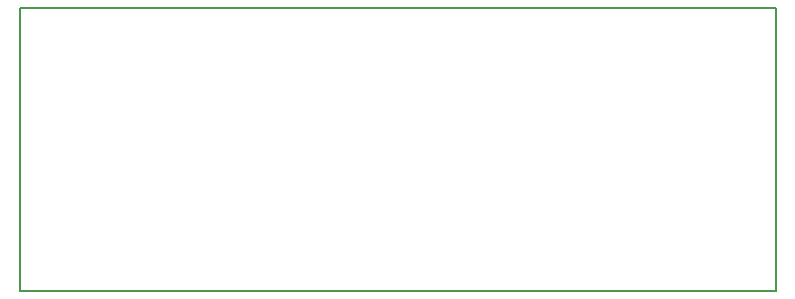
<source format=gbr>
%TF.GenerationSoftware,KiCad,Pcbnew,7.0.2*%
%TF.CreationDate,2023-06-29T18:38:04+09:00*%
%TF.ProjectId,laserpointer,6c617365-7270-46f6-996e-7465722e6b69,rev?*%
%TF.SameCoordinates,Original*%
%TF.FileFunction,Profile,NP*%
%FSLAX46Y46*%
G04 Gerber Fmt 4.6, Leading zero omitted, Abs format (unit mm)*
G04 Created by KiCad (PCBNEW 7.0.2) date 2023-06-29 18:38:04*
%MOMM*%
%LPD*%
G01*
G04 APERTURE LIST*
%TA.AperFunction,Profile*%
%ADD10C,0.150000*%
%TD*%
G04 APERTURE END LIST*
D10*
X98850000Y-63100000D02*
X162850000Y-63100000D01*
X162850000Y-87100000D01*
X98850000Y-87100000D01*
X98850000Y-63100000D01*
M02*

</source>
